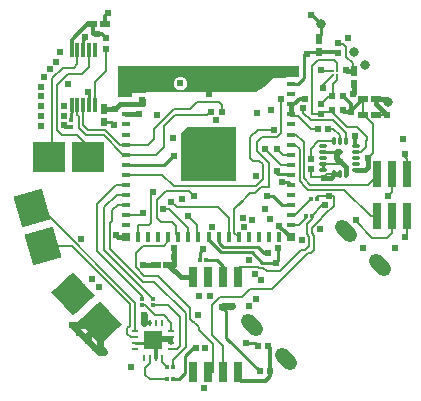
<source format=gtl>
G04 Layer: TopLayer*
G04 Panelize: , Column: 1, Row: 1, Board Size: 35.35mm x 33.79mm, Panelized Board Size: 35.35mm x 33.79mm*
G04 EasyEDA v6.5.34, 2023-08-25 09:09:34*
G04 d93e2c1bc76747fc85efea62cec83403,9a4ed40c0dd746429eaf55b84663d2fb,10*
G04 Gerber Generator version 0.2*
G04 Scale: 100 percent, Rotated: No, Reflected: No *
G04 Dimensions in millimeters *
G04 leading zeros omitted , absolute positions ,4 integer and 5 decimal *
%FSLAX45Y45*%
%MOMM*%

%AMMACRO1*21,1,$1,$2,0,0,$3*%
%AMMACRO2*4,1,4,-0.2,0.4,0.2,0.4,0.2,-0.4,-0.2,-0.4,-0.2,0.4,0*%
%AMMACRO3*4,1,4,-0.1999,0.4,0.1999,0.4,0.1999,-0.4,-0.1999,-0.4,-0.1999,0.4,0*%
%AMMACRO4*1,1,$1,$2,$3*1,1,$1,$4,$5*20,1,$1,$2,$3,$4,$5,0*%
%ADD10C,0.2000*%
%ADD11C,0.2134*%
%ADD12C,0.2490*%
%ADD13C,0.4140*%
%ADD14C,0.1600*%
%ADD15C,0.1524*%
%ADD16C,0.2960*%
%ADD17C,0.3980*%
%ADD18C,0.2032*%
%ADD19C,0.6020*%
%ADD20C,0.2110*%
%ADD21C,0.3130*%
%ADD22C,0.3640*%
%ADD23C,0.2540*%
%ADD24C,0.1600*%
%ADD25C,0.2108*%
%ADD26C,0.2616*%
%ADD27C,0.6172*%
%ADD28C,0.3810*%
%ADD29C,0.3150*%
%ADD30C,0.4572*%
%ADD31C,0.2642*%
%ADD32C,0.2286*%
%ADD33C,0.4064*%
%ADD34C,0.4648*%
%ADD35C,0.3632*%
%ADD36C,0.3124*%
%ADD37C,0.5680*%
%ADD38C,0.2620*%
%ADD39C,0.1778*%
%ADD40C,0.3000*%
%ADD41C,0.5156*%
%ADD42C,0.2794*%
%ADD43R,1.1999X1.1999*%
%ADD44MACRO1,2.7X2.5X-47.0002*%
%ADD45MACRO1,2.7X2.5X-46.9998*%
%ADD46R,0.7400X2.2000*%
%ADD47R,2.7000X2.5000*%
%ADD48MACRO1,0.54X0.7901X-90.0000*%
%ADD49MACRO1,2.7X2.5X-73.9989*%
%ADD50MACRO1,2.7X2.5X-74.0001*%
%ADD51MACRO1,0.54X0.5656X90.0000*%
%ADD52R,0.8001X0.8001*%
%ADD53MACRO2*%
%ADD54MACRO3*%
%ADD55R,0.8001X0.4001*%
%ADD56O,0.7999984X0.2800096*%
%ADD57O,0.2800096X0.7999984*%
%ADD58R,0.7112X1.7406*%
%ADD59MACRO1,0.54X0.5656X0.0000*%
%ADD60R,0.5400X0.5657*%
%ADD61MACRO1,0.324X0.3031X0.0000*%
%ADD62R,0.3240X0.3031*%
%ADD63MACRO1,0.324X0.3031X-90.0000*%
%ADD64MACRO1,0.324X0.3031X90.0000*%
%ADD65MACRO1,0.324X0.3685X0.0000*%
%ADD66R,0.3240X0.3684*%
%ADD67R,0.6000X0.2500*%
%ADD68R,0.2500X0.6000*%
%ADD69R,1.5000X1.5000*%
%ADD70MACRO1,0.54X0.7901X0.0000*%
%ADD71R,0.5400X0.7901*%
%ADD72MACRO1,0.54X0.7901X90.0000*%
%ADD73R,0.3000X1.3000*%
%ADD74C,0.8000*%
%ADD75MACRO4,1.2X-0.3535X0.3535X0.3535X-0.3535*%
%ADD76C,0.6096*%
%ADD77C,0.0149*%

%LPD*%
G36*
X-1482699Y606958D02*
G01*
X-1486560Y607669D01*
X-1489862Y609854D01*
X-1492097Y613156D01*
X-1492910Y617016D01*
X-1494536Y775817D01*
X-1493570Y781304D01*
X-1493570Y862482D01*
X-1492808Y866394D01*
X-1490573Y869645D01*
X-1487322Y871880D01*
X-1483410Y872642D01*
X25095Y872642D01*
X29006Y871880D01*
X32258Y869645D01*
X34493Y866394D01*
X35255Y862482D01*
X35255Y784047D01*
X34493Y780186D01*
X32308Y776884D01*
X29057Y774700D01*
X25247Y773887D01*
X-184150Y771245D01*
X-186080Y770432D01*
X-230124Y711454D01*
X-232714Y709015D01*
X-323900Y649427D01*
X-326542Y648208D01*
X-329438Y647750D01*
X-963168Y646988D01*
X-966825Y647801D01*
X-970534Y646988D01*
X-1143508Y646734D01*
X-1379220Y644753D01*
X-1380236Y643737D01*
X-1379575Y618032D01*
X-1380236Y614070D01*
X-1382420Y610666D01*
X-1385722Y608380D01*
X-1389634Y607568D01*
G37*

%LPC*%
G36*
X-966876Y666394D02*
G01*
X-964082Y667258D01*
X-957122Y667867D01*
X-947623Y670407D01*
X-938733Y674573D01*
X-930656Y680212D01*
X-923747Y687120D01*
X-918108Y695198D01*
X-913942Y704088D01*
X-911402Y713587D01*
X-910539Y723341D01*
X-911402Y733145D01*
X-913942Y742645D01*
X-918108Y751535D01*
X-923747Y759612D01*
X-930656Y766521D01*
X-938733Y772160D01*
X-947623Y776325D01*
X-957122Y778865D01*
X-966876Y779729D01*
X-976680Y778865D01*
X-986180Y776325D01*
X-995070Y772160D01*
X-1003147Y766521D01*
X-1010056Y759612D01*
X-1015695Y751535D01*
X-1019860Y742645D01*
X-1022400Y733145D01*
X-1023264Y723341D01*
X-1022400Y713587D01*
X-1019860Y704088D01*
X-1015695Y695198D01*
X-1010056Y687120D01*
X-1003147Y680212D01*
X-995070Y674573D01*
X-986180Y670407D01*
X-976680Y667867D01*
X-969619Y667258D01*
G37*

%LPD*%
G36*
X-955852Y-100533D02*
G01*
X-959764Y-99720D01*
X-963015Y-97536D01*
X-965250Y-94234D01*
X-966012Y-90373D01*
X-966012Y85953D01*
X-965657Y88595D01*
X-963320Y97383D01*
X-962456Y107187D01*
X-963320Y116992D01*
X-965657Y125780D01*
X-966012Y128422D01*
X-966012Y294081D01*
X-965250Y297942D01*
X-963015Y301244D01*
X-910590Y353720D01*
X-907287Y355904D01*
X-903376Y356666D01*
X-507542Y356666D01*
X-503631Y355904D01*
X-500380Y353720D01*
X-498144Y350418D01*
X-497382Y346506D01*
X-497382Y-90373D01*
X-498144Y-94234D01*
X-500380Y-97536D01*
X-503631Y-99720D01*
X-507542Y-100533D01*
G37*

%LPD*%
G36*
X-734822Y338226D02*
G01*
X-794816Y278231D01*
X-794816Y218236D01*
X-674827Y218236D01*
X-674827Y338226D01*
G37*
D10*
X380489Y54749D02*
G01*
X380489Y43827D01*
X256283Y43827D01*
D11*
X-23441Y-42910D02*
G01*
X-146819Y-42910D01*
X-146819Y-20078D01*
X-146814Y-20078D01*
D12*
X242313Y142125D02*
G01*
X354327Y143903D01*
D13*
X380489Y54851D02*
G01*
X393951Y54851D01*
X432333Y16469D01*
X432333Y-47840D01*
D14*
X-1049022Y-1526400D02*
G01*
X-993904Y-1526400D01*
X-971806Y-1504302D01*
X-971806Y-1253604D01*
X-1075946Y-1149718D01*
X-1201422Y-1149718D01*
X-845893Y-1304587D02*
G01*
X-882215Y-1268265D01*
X-882215Y-1176977D01*
X-1152933Y-906259D01*
X-1272821Y-906259D01*
X-1347289Y-831791D01*
X-1347289Y-714951D01*
X-1281673Y-649335D01*
X-1269301Y-649335D01*
D15*
X-1281673Y-649335D02*
G01*
X-1103884Y-649335D01*
X-1069317Y-614768D01*
X-1069317Y-579767D01*
X-1063452Y-573902D01*
X-1063452Y-572122D01*
D14*
X318869Y497141D02*
G01*
X318869Y483755D01*
X446204Y356420D01*
X525452Y356420D01*
X612645Y269227D01*
X612645Y240169D01*
X-1429311Y205219D02*
G01*
X-1240696Y205219D01*
X-1192535Y253380D01*
X-1192535Y335912D01*
X-1025141Y503311D01*
X-885441Y503311D01*
X-822711Y566049D01*
X-643633Y566049D01*
X-617153Y537921D01*
X-615950Y483499D01*
X-709935Y482234D02*
G01*
X-739391Y452767D01*
X-1013706Y452767D01*
X-1106177Y360301D01*
X-1106177Y184287D01*
X-1170233Y120230D01*
X-1429311Y120230D01*
D16*
X-1527896Y371965D02*
G01*
X-1556349Y400418D01*
X-1614147Y400418D01*
X242338Y-7861D02*
G01*
X242328Y42141D01*
D17*
X332320Y-47851D02*
G01*
X350705Y-47840D01*
X522335Y-7868D02*
G01*
X591441Y-7868D01*
X616709Y17398D01*
X616709Y90665D01*
D18*
X71371Y513473D02*
G01*
X71371Y474865D01*
X135887Y410349D01*
X325117Y410349D01*
X432305Y303161D01*
X432305Y232041D01*
D19*
X-1274318Y-1301612D02*
G01*
X-1274142Y-1301440D01*
X-1274142Y-1236662D01*
D14*
X-1049022Y-1376540D02*
G01*
X-1049022Y-1301356D01*
X-1110236Y-1240396D01*
X-1181102Y-1240396D01*
X-1269748Y-1152004D01*
X-1295402Y-1152004D01*
D20*
X-1349072Y-1376667D02*
G01*
X-1349072Y-1137572D01*
X-2151860Y-334784D01*
X-2225855Y-334784D01*
D21*
X-1224282Y-1301661D02*
G01*
X-1274269Y-1301661D01*
D22*
X-1581340Y1320497D02*
G01*
X-1607106Y1294731D01*
X-1607106Y1227015D01*
X-1889254Y1010043D02*
G01*
X-1889254Y1092085D01*
X-1749554Y1231785D01*
X-1705104Y1231785D01*
X-1705104Y1143393D01*
X-1674624Y1143393D01*
X-1594558Y1104689D02*
G01*
X-1633339Y1143469D01*
X-1674548Y1143469D01*
D23*
X-753112Y-769480D02*
G01*
X-654814Y-769480D01*
X-604776Y-819518D01*
X-604776Y-918578D01*
D11*
X102864Y973975D02*
G01*
X80774Y973975D01*
X80774Y766203D01*
X29796Y715225D01*
X-29314Y715225D01*
D24*
X243837Y686549D02*
G01*
X243837Y713595D01*
X322607Y792368D01*
X362582Y832345D02*
G01*
X362582Y891679D01*
X332940Y921321D01*
X226514Y921321D01*
D25*
X242338Y142151D02*
G01*
X277385Y142151D01*
X279138Y143903D01*
D26*
X242338Y42151D02*
G01*
X254601Y42151D01*
X256280Y43830D01*
D27*
X-613717Y-1170114D02*
G01*
X-608891Y-1165288D01*
X-527865Y-1165288D01*
D11*
X-224792Y-715378D02*
G01*
X-257561Y-715378D01*
X-307591Y-665342D01*
X-603511Y-665342D01*
X-644324Y-624530D01*
X-644324Y-579767D01*
D28*
X496008Y635571D02*
G01*
X506168Y645731D01*
X506168Y721779D01*
X506168Y830795D02*
G01*
X445310Y830795D01*
X437080Y839025D01*
D23*
X-801453Y-769559D02*
G01*
X-801453Y-704562D01*
X-777293Y-680402D01*
D18*
X-29319Y-389773D02*
G01*
X1117Y-389773D01*
X137132Y-253758D01*
X-29314Y-474764D02*
G01*
X37152Y-474764D01*
X94988Y-416928D01*
X94988Y-396354D01*
D15*
X580440Y453199D02*
G01*
X587956Y453199D01*
X659333Y381825D01*
X659333Y133289D01*
X616709Y90665D01*
X779472Y454215D02*
G01*
X690298Y454215D01*
X689358Y453275D01*
D18*
X143258Y-396354D02*
G01*
X143258Y-428866D01*
X105407Y-466458D01*
X105407Y-554850D01*
X123192Y-574154D01*
X123192Y-652642D01*
X89146Y-686673D01*
X54866Y-686673D01*
X-127261Y-868796D01*
X-238003Y-868796D01*
X-268734Y-838062D01*
X-297941Y-838062D01*
X-305310Y-830696D01*
X-464827Y-830696D01*
X-477827Y-843694D01*
X-477827Y-918679D01*
D15*
X198625Y-446646D02*
G01*
X259077Y-385940D01*
X259077Y-385940D01*
X332483Y-312534D01*
X332483Y-233286D01*
X291843Y-233286D01*
D18*
X143233Y-396427D02*
G01*
X232892Y-306768D01*
X252676Y-306768D01*
D11*
X-140007Y-671766D02*
G01*
X-140007Y-777430D01*
X-160835Y-798258D01*
D29*
X405178Y618553D02*
G01*
X478233Y545498D01*
X478233Y484187D01*
X579622Y589013D02*
G01*
X478228Y487619D01*
X478228Y484187D01*
D30*
X-1282750Y-817054D02*
G01*
X-1280718Y-815022D01*
X-1177241Y-815022D01*
D18*
X224025Y548119D02*
G01*
X294462Y618556D01*
X318615Y618556D01*
D30*
X-858827Y-918679D02*
G01*
X-964567Y-918679D01*
X-1068227Y-815019D01*
D11*
X-29314Y-134759D02*
G01*
X-53141Y-110931D01*
X-111300Y-110931D01*
D31*
X-1018796Y107175D02*
G01*
X-1024892Y113271D01*
X-1024892Y118757D01*
X-1108410Y35242D01*
X-1429308Y35242D01*
D18*
X579625Y588911D02*
G01*
X580387Y453275D01*
X286001Y341007D02*
G01*
X324609Y341007D01*
X382267Y283095D01*
X382267Y232041D01*
D11*
X-160835Y-798258D02*
G01*
X-272592Y-798258D01*
X-363527Y-707323D01*
X-625142Y-707323D01*
X-729312Y-603153D01*
X-729312Y-579767D01*
D31*
X207266Y1101737D02*
G01*
X192272Y1101737D01*
X223161Y1132626D01*
X223161Y1223962D01*
X145486Y1301638D01*
X139700Y1301638D01*
D18*
X365503Y1062875D02*
G01*
X369821Y1058557D01*
X411223Y1058557D01*
X436369Y1033411D01*
X436369Y949337D01*
X491233Y894473D01*
X491233Y830719D01*
X506219Y830719D01*
D32*
X-309222Y-1497596D02*
G01*
X-331901Y-1474917D01*
X-408485Y-1474917D01*
D18*
X-901750Y-395665D02*
G01*
X-824745Y-472678D01*
X-824745Y-569323D01*
X-814301Y-579767D01*
D33*
X-1022659Y-673801D02*
G01*
X-1022659Y-815022D01*
X-1068224Y-815022D01*
D24*
X-1429311Y-389775D02*
G01*
X-1293629Y-389775D01*
X-1280977Y-377123D01*
D28*
X688639Y589013D02*
G01*
X688639Y545048D01*
X779472Y454215D01*
X790625Y562470D02*
G01*
X764184Y588911D01*
X688743Y588911D01*
D15*
X-148160Y168719D02*
G01*
X-94592Y115150D01*
X-29283Y115150D01*
X-29319Y115181D01*
X-29319Y120228D01*
D18*
X135887Y84442D02*
G01*
X135887Y171292D01*
X196738Y232140D01*
X332331Y232140D01*
X-29314Y460235D02*
G01*
X-19055Y449976D01*
X29715Y449976D01*
X138755Y340934D01*
X199491Y340934D01*
D29*
X405432Y497141D02*
G01*
X418386Y484187D01*
X478233Y484187D01*
D15*
X-249506Y166687D02*
G01*
X-112981Y30162D01*
X-29283Y30162D01*
X-29319Y30192D01*
X-29319Y35242D01*
D34*
X-1429311Y460235D02*
G01*
X-1320190Y460235D01*
X-1318768Y461657D01*
X-1429311Y545223D02*
G01*
X-1481556Y545223D01*
X-1521508Y505272D01*
X-29314Y460235D02*
G01*
X-29314Y536859D01*
X-39453Y546999D01*
D35*
X-477827Y-1717738D02*
G01*
X-471797Y-1723768D01*
X-471797Y-1753740D01*
X-222661Y-1497594D02*
G01*
X-206910Y-1513344D01*
X-206910Y-1713496D01*
D36*
X-134927Y-483809D02*
G01*
X-113035Y-505698D01*
X-103383Y-505698D01*
X-29314Y-579767D01*
D13*
X-1511350Y-563054D02*
G01*
X-1494637Y-579767D01*
X-1429311Y-579767D01*
D24*
X-856284Y-229301D02*
G01*
X-894643Y-190947D01*
X-1092250Y-190947D01*
X-1165659Y-264350D01*
X-1165659Y-414969D01*
X-1132893Y-447735D01*
X-1042728Y-447735D01*
X-1008684Y-481774D01*
X-1008684Y-555386D01*
X-984303Y-579767D01*
D18*
X-1324307Y-579767D02*
G01*
X-1324307Y-474078D01*
X-1231391Y-474078D01*
X-1216411Y-459092D01*
X-1216411Y-193154D01*
X-1197607Y-193154D01*
D31*
X102816Y973899D02*
G01*
X121538Y992621D01*
X207266Y992621D01*
D29*
X365452Y976337D02*
G01*
X349168Y992621D01*
X207266Y992621D01*
D15*
X-1045977Y-277228D02*
G01*
X-996703Y-326504D01*
X-652277Y-326504D01*
X-559310Y-419470D01*
X-559310Y-579767D01*
D34*
X-1429311Y545223D02*
G01*
X-1284226Y545223D01*
X-1284226Y579183D01*
X-1293677Y579183D01*
D18*
X221180Y467677D02*
G01*
X231670Y478167D01*
X318764Y478167D01*
X318764Y497217D01*
D24*
X318615Y618553D02*
G01*
X326849Y626788D01*
X326849Y715832D01*
X362582Y751575D01*
X362582Y792368D01*
D23*
X-238300Y-228282D02*
G01*
X-182054Y-228282D01*
X-105577Y-304761D01*
X-29314Y-304761D01*
D35*
X-29314Y545223D02*
G01*
X-4574Y545223D01*
X42415Y592211D01*
X88130Y592211D01*
D34*
X-1521508Y505272D02*
G01*
X-1525645Y509409D01*
X-1614147Y509409D01*
D37*
X-1883595Y-1323639D02*
G01*
X-1666554Y-1323639D01*
X-1649427Y-1306512D01*
X-1649427Y-1306512D02*
G01*
X-1649427Y-1512600D01*
X-1615119Y-1546905D01*
X-1749239Y-1458005D02*
G01*
X-1749239Y-1406324D01*
X-1649427Y-1306512D01*
D20*
X-1349072Y-1426654D02*
G01*
X-1386380Y-1426654D01*
X-1416748Y-1396286D01*
X-1416748Y-1348026D01*
X-1397698Y-1328976D01*
X-1397698Y-1144826D01*
X-1550098Y-992426D01*
D24*
X-1201341Y-1101359D02*
G01*
X-1612391Y-690308D01*
X-1612391Y-323961D01*
X-1508203Y-219773D01*
X-1429311Y-219773D01*
D20*
X-1550164Y-992492D02*
G01*
X-1889000Y-654672D01*
X-2134110Y-654672D01*
D14*
X-1224282Y-1601660D02*
G01*
X-1224282Y-1648320D01*
X-1265110Y-1689148D01*
X-1265110Y-1743758D01*
X-1226512Y-1782356D01*
X-1079959Y-1782356D01*
X-1080213Y-1681264D02*
G01*
X-1124282Y-1637195D01*
X-1124282Y-1601660D01*
D38*
X-1199060Y-1451648D02*
G01*
X-1224079Y-1476667D01*
X-1349072Y-1476667D01*
X-1199060Y-1451648D02*
G01*
X-1173914Y-1426502D01*
X-1049073Y-1426502D01*
X-1049073Y-1426502D02*
G01*
X-1049073Y-1476514D01*
X-1049073Y-1476514D02*
G01*
X-1073939Y-1451648D01*
X-1199060Y-1451648D01*
D21*
X-1174269Y-1601660D02*
G01*
X-1174269Y-1476438D01*
X-1199060Y-1451648D01*
D20*
X-2178969Y99783D02*
G01*
X-2054039Y224711D01*
X-2054039Y764994D01*
X-1962845Y856183D01*
X-1872160Y856183D01*
X-1839368Y888974D01*
X-1839368Y1010145D01*
X-1689361Y540171D02*
G01*
X-1689361Y736742D01*
X-1594563Y831540D01*
X-1594563Y1018120D01*
D38*
X-1890270Y412889D02*
G01*
X-1889254Y540143D01*
X-1739364Y540174D02*
G01*
X-1739364Y632955D01*
X-1753552Y647143D01*
D22*
X-1890194Y358106D02*
G01*
X-1944575Y358106D01*
X-1953196Y366727D01*
D38*
X-1789435Y1010041D02*
G01*
X-1789435Y1093861D01*
X-1772592Y1110706D01*
X-1772592Y1117053D01*
D14*
X-29314Y290233D02*
G01*
X12280Y290233D01*
X67310Y235204D01*
X67307Y235089D02*
G01*
X78740Y223773D01*
X76197Y-78600D01*
X130807Y-133210D01*
X-29314Y205219D02*
G01*
X4584Y205219D01*
X41910Y167894D01*
X41910Y-106426D01*
X86360Y-150876D01*
X86357Y-150990D02*
G01*
X112773Y-177406D01*
X419976Y-177406D01*
X644067Y-401497D01*
X696468Y-401497D01*
X934212Y-578865D02*
G01*
X950468Y-562610D01*
X950468Y-401497D01*
X931669Y124193D02*
G01*
X931669Y102107D01*
X950465Y83312D01*
X950465Y-41478D01*
X823468Y-41478D02*
G01*
X823468Y-197241D01*
X790140Y-230568D01*
X515365Y-431292D02*
G01*
X515365Y-445007D01*
X654050Y-583692D01*
X784860Y-583692D01*
X823468Y-545084D01*
X823468Y-401497D01*
D18*
X135887Y-2146D02*
G01*
X135887Y-69710D01*
X332229Y-69710D01*
X332229Y-48882D01*
D17*
X248155Y-76568D02*
G01*
X303781Y-76568D01*
X332229Y-47866D01*
D18*
X248193Y-76466D02*
G01*
X265396Y-59275D01*
X248206Y-76466D01*
X276832Y-47840D01*
X382338Y-48882D01*
X291843Y-233286D02*
G01*
X185417Y-233286D01*
X185417Y-253860D01*
D14*
X522348Y142151D02*
G01*
X564553Y142151D01*
X605281Y182880D01*
X605281Y232806D01*
X612645Y240169D01*
D37*
X-1615122Y-1546908D02*
G01*
X-1660334Y-1546908D01*
X-1883600Y-1323642D01*
D24*
X-1295326Y-1103640D02*
G01*
X-1295326Y-1076893D01*
X-1672841Y-699381D01*
X-1672841Y-294246D01*
X-1513354Y-134759D01*
X-1429311Y-134759D01*
D14*
X-474317Y-579772D02*
G01*
X-510793Y-543295D01*
X-510793Y-341995D01*
X-434073Y-265275D01*
D24*
X-474220Y-305422D02*
G01*
X-375414Y-206616D01*
X-332234Y-206616D01*
X-282704Y-157086D01*
X-219204Y-157086D01*
X-219204Y45859D01*
X-322582Y149237D01*
X-322582Y223659D01*
X-275592Y270649D01*
X-148338Y270649D01*
X-115318Y303669D01*
X-115318Y594499D01*
X-1032004Y-1681340D02*
G01*
X-1032004Y-1619364D01*
X-922276Y-1509636D01*
X-922276Y-1224648D01*
X-1187198Y-959980D01*
X-1280924Y-959980D01*
X-1565912Y-674992D01*
X-1565912Y-459346D01*
X-1546100Y-439534D01*
X-1546100Y-352666D01*
X-1498094Y-304660D01*
X-1429260Y-304660D01*
D32*
X-1031753Y-1782432D02*
G01*
X-980183Y-1782432D01*
X-928626Y-1730870D01*
X-928626Y-1582427D01*
X-864115Y-1517916D01*
X-837440Y-1517916D01*
D14*
X-731776Y-1717662D02*
G01*
X-692406Y-1717662D01*
X-692406Y-1482712D01*
X-808230Y-1366888D01*
X-808230Y-1342504D01*
X-882144Y-1268590D01*
X-882144Y-1257160D01*
D39*
X221231Y467753D02*
G01*
X147317Y467753D01*
X147317Y874153D01*
X194561Y921397D01*
X226565Y921397D01*
D10*
X322602Y832345D02*
G01*
X232676Y832345D01*
X224790Y840231D01*
D40*
X522338Y192128D02*
G01*
X510974Y203492D01*
X510974Y280474D01*
D41*
X380489Y54851D02*
G01*
X354383Y80957D01*
X354383Y143903D01*
X383280Y143903D01*
D24*
X-899314Y-579767D02*
G01*
X-899314Y-504283D01*
X-1060251Y-343347D01*
X-1110792Y-343347D01*
D14*
X-1429260Y205117D02*
G01*
X-1478536Y205117D01*
X-1603250Y329831D01*
X-1748030Y329831D01*
X-1789432Y371233D01*
X-1789432Y540143D01*
X-1429260Y120281D02*
G01*
X-1453136Y120281D01*
X-1617474Y284365D01*
X-1768096Y284365D01*
X-1828548Y344817D01*
X-1828548Y448195D01*
X-1839470Y459117D01*
X-1839470Y540143D01*
D20*
X-1739394Y1010043D02*
G01*
X-1739394Y866025D01*
X-1800608Y804811D01*
X-1920242Y804811D01*
X-2011936Y712355D01*
X-2011936Y328815D01*
X-1971042Y287921D01*
X-1844550Y287921D01*
X-1746252Y189877D01*
X-1746252Y99707D01*
D18*
X-1429260Y-49644D02*
G01*
X-1294386Y-49644D01*
X-1120142Y-49644D01*
X-1021590Y-148450D01*
X-329948Y-148450D01*
X-269496Y-87998D01*
X-269496Y37223D01*
X-302008Y69989D01*
X-353316Y69989D01*
X-375160Y91833D01*
X-375160Y267855D01*
X-311660Y331355D01*
X-173992Y331355D01*
D24*
X-604776Y-1717662D02*
G01*
X-604776Y-1499476D01*
X-695962Y-1408544D01*
X-695962Y-1155814D01*
X-629668Y-1089520D01*
X-449074Y-1089520D01*
X-379478Y-1019924D01*
X-194312Y-1019924D01*
X115313Y-710298D01*
X137919Y-710298D01*
X164589Y-683628D01*
X164589Y-567042D01*
X144269Y-546722D01*
X144269Y-501002D01*
X198625Y-446646D01*
D35*
X-206910Y-1713496D02*
G01*
X-206910Y-1755800D01*
X-246573Y-1795462D01*
X-456493Y-1795462D01*
X-471797Y-1780156D01*
X-471797Y-1753740D01*
D42*
X-613669Y-1170035D02*
G01*
X-578360Y-1205346D01*
X-578360Y-1428610D01*
X-293474Y-1713496D01*
D14*
X696465Y-41516D02*
G01*
X696465Y-57772D01*
X621027Y-133210D01*
X130807Y-133210D01*
D43*
G01*
X-734824Y124091D03*
G01*
X-734824Y289090D03*
G01*
X-569826Y289090D03*
G01*
X-569826Y124091D03*
G01*
X-569826Y-40906D03*
G01*
X-734824Y-40906D03*
G01*
X-899822Y-40906D03*
G01*
X-899822Y124091D03*
D44*
G01*
X-1876391Y-1063260D03*
D45*
G01*
X-1649492Y-1306581D03*
D46*
G01*
X950465Y-41592D03*
G01*
X950465Y-401612D03*
G01*
X823465Y-41592D03*
G01*
X823465Y-401612D03*
G01*
X696465Y-41592D03*
G01*
X696465Y-401612D03*
D47*
G01*
X-1746303Y99783D03*
G01*
X-2078992Y99783D03*
D48*
G01*
X-1716110Y1227025D03*
G01*
X-1607098Y1227025D03*
D49*
G01*
X-2225847Y-334788D03*
D50*
G01*
X-2134143Y-654597D03*
D51*
G01*
X405433Y497141D03*
G01*
X318867Y497141D03*
G01*
X405179Y618553D03*
G01*
X318613Y618553D03*
D10*
G01*
X322602Y832345D03*
G01*
X362582Y832345D03*
G01*
X322602Y792365D03*
G01*
X362582Y792365D03*
D52*
G01*
X-1429311Y820229D03*
D53*
G01*
X-1324315Y820224D03*
G01*
X-1239301Y820224D03*
G01*
X-1154313Y820224D03*
G01*
X-1069299Y820224D03*
G01*
X-984310Y820224D03*
D54*
G01*
X-899309Y820224D03*
D53*
G01*
X-814308Y820224D03*
G01*
X-644306Y820224D03*
D54*
G01*
X-729307Y820224D03*
G01*
X-559305Y820224D03*
D53*
G01*
X-474304Y820224D03*
G01*
X-389315Y820224D03*
G01*
X-304302Y820224D03*
G01*
X-219313Y820224D03*
G01*
X-134299Y820224D03*
D52*
G01*
X-29314Y820229D03*
D55*
G01*
X-29314Y715225D03*
G01*
X-29314Y630237D03*
G01*
X-29314Y545223D03*
G01*
X-29314Y460235D03*
G01*
X-29314Y375221D03*
G01*
X-29314Y290233D03*
G01*
X-29314Y205219D03*
G01*
X-29314Y120230D03*
G01*
X-29314Y35242D03*
G01*
X-29314Y-49771D03*
G01*
X-29314Y-134759D03*
G01*
X-29314Y-219773D03*
G01*
X-29314Y-304761D03*
G01*
X-29314Y-389775D03*
G01*
X-29314Y-474764D03*
D52*
G01*
X-29314Y-579767D03*
D53*
G01*
X-134299Y-579772D03*
G01*
X-219313Y-579772D03*
G01*
X-304302Y-579772D03*
G01*
X-389315Y-579772D03*
G01*
X-474304Y-579772D03*
D54*
G01*
X-559305Y-579772D03*
D53*
G01*
X-644306Y-579772D03*
D54*
G01*
X-729307Y-579772D03*
D53*
G01*
X-814308Y-579772D03*
D54*
G01*
X-899309Y-579772D03*
D53*
G01*
X-984310Y-579772D03*
G01*
X-1069299Y-579772D03*
G01*
X-1154313Y-579772D03*
G01*
X-1239301Y-579772D03*
G01*
X-1324315Y-579772D03*
D52*
G01*
X-1429311Y-579767D03*
D55*
G01*
X-1429311Y-474764D03*
G01*
X-1429311Y-389775D03*
G01*
X-1429311Y-304761D03*
G01*
X-1429311Y-219773D03*
G01*
X-1429311Y-134759D03*
G01*
X-1429311Y-49771D03*
G01*
X-1429311Y35242D03*
G01*
X-1429311Y120230D03*
G01*
X-1429311Y205219D03*
G01*
X-1429311Y290233D03*
G01*
X-1429311Y375221D03*
G01*
X-1429311Y460235D03*
G01*
X-1429311Y545223D03*
G01*
X-1429311Y715225D03*
G01*
X-1429311Y630237D03*
D56*
G01*
X522348Y-7861D03*
G01*
X522348Y42151D03*
G01*
X522348Y92138D03*
G01*
X522348Y142151D03*
G01*
X522348Y192138D03*
D57*
G01*
X432330Y232143D03*
G01*
X382343Y232143D03*
G01*
X332331Y232143D03*
D56*
G01*
X242338Y192138D03*
G01*
X242338Y142151D03*
G01*
X242338Y92138D03*
G01*
X242338Y42151D03*
G01*
X242338Y-7861D03*
D57*
G01*
X332331Y-47840D03*
G01*
X382343Y-47840D03*
G01*
X432330Y-47840D03*
D58*
G01*
X-858827Y-1717738D03*
G01*
X-731827Y-1717738D03*
G01*
X-604827Y-1717738D03*
G01*
X-477827Y-1717738D03*
G01*
X-477827Y-918679D03*
G01*
X-604827Y-918679D03*
G01*
X-731827Y-918679D03*
G01*
X-858827Y-918679D03*
D51*
G01*
X-206907Y-1713483D03*
G01*
X-293472Y-1713483D03*
G01*
X-222655Y-1497583D03*
G01*
X-309220Y-1497583D03*
D59*
G01*
X365503Y976412D03*
D60*
G01*
X365503Y1062977D03*
D61*
G01*
X-1295336Y-1103652D03*
D62*
G01*
X-1295326Y-1151953D03*
D61*
G01*
X-1201356Y-1101366D03*
D62*
G01*
X-1201346Y-1149667D03*
D63*
G01*
X-801448Y-769556D03*
G01*
X-753137Y-769556D03*
D64*
G01*
X-1031913Y-1681274D03*
G01*
X-1080223Y-1681274D03*
G01*
X-1031659Y-1782366D03*
G01*
X-1079969Y-1782366D03*
G01*
X143278Y-396354D03*
G01*
X94968Y-396354D03*
G01*
X185445Y-253745D03*
G01*
X137134Y-253745D03*
D48*
G01*
X580440Y453199D03*
G01*
X689452Y453199D03*
D51*
G01*
X286053Y340931D03*
G01*
X199487Y340931D03*
D59*
G01*
X135890Y84430D03*
D60*
G01*
X135887Y-2146D03*
D48*
G01*
X579729Y588911D03*
G01*
X688741Y588911D03*
D59*
G01*
X-1594548Y1104700D03*
D60*
G01*
X-1594538Y1018146D03*
D65*
G01*
X-1890204Y412945D03*
D66*
G01*
X-1890194Y358101D03*
D67*
G01*
X-1049073Y-1526501D03*
G01*
X-1049073Y-1476514D03*
G01*
X-1049073Y-1426502D03*
G01*
X-1049073Y-1376514D03*
D68*
G01*
X-1124282Y-1301661D03*
G01*
X-1174269Y-1301661D03*
G01*
X-1224282Y-1301661D03*
G01*
X-1274269Y-1301661D03*
D67*
G01*
X-1349072Y-1376667D03*
G01*
X-1349072Y-1426654D03*
G01*
X-1349072Y-1476667D03*
G01*
X-1349072Y-1526501D03*
D68*
G01*
X-1274269Y-1601660D03*
G01*
X-1224282Y-1601660D03*
G01*
X-1174269Y-1601660D03*
G01*
X-1124282Y-1601660D03*
D69*
G01*
X-1199060Y-1451648D03*
D70*
G01*
X-1614169Y509419D03*
D71*
G01*
X-1614172Y400418D03*
D70*
G01*
X207261Y1101633D03*
D71*
G01*
X207261Y992619D03*
D72*
G01*
X-1068227Y-815022D03*
G01*
X-1177239Y-815022D03*
D70*
G01*
X506168Y830793D03*
D71*
G01*
X506168Y721779D03*
D73*
G01*
X-1889356Y540169D03*
G01*
X-1839368Y540169D03*
G01*
X-1789381Y540169D03*
G01*
X-1739369Y540169D03*
G01*
X-1689356Y540169D03*
G01*
X-1689381Y1010170D03*
G01*
X-1739369Y1010170D03*
G01*
X-1789356Y1010170D03*
G01*
X-1839368Y1010170D03*
G01*
X-1889381Y1010170D03*
D74*
G01*
X790674Y562470D03*
G01*
X594611Y876236D03*
D75*
G01*
X435861Y-530593D03*
G01*
X718690Y-813447D03*
G01*
X-358904Y-1325359D03*
G01*
X-76075Y-1608213D03*
D74*
G01*
X506600Y986142D03*
G01*
X223161Y1223962D03*
D76*
G01*
X-281205Y-943622D03*
G01*
X-333352Y-888072D03*
G01*
X60398Y-603948D03*
G01*
X-527865Y-1165288D03*
G01*
X-613717Y-1170114D03*
G01*
X515363Y-431304D03*
G01*
X934209Y-578878D03*
G01*
X931669Y124193D03*
G01*
X-111305Y-110934D03*
G01*
X-146814Y-20078D03*
G01*
X-1318821Y461581D03*
G01*
X-837440Y-1517916D03*
G01*
X-1280975Y-377126D03*
G01*
X102816Y973899D03*
G01*
X-1018796Y107175D03*
G01*
X-1304343Y709739D03*
G01*
X-326392Y-1102880D03*
G01*
X-160835Y-798258D03*
G01*
X-224843Y-715454D03*
G01*
X-140007Y-671766D03*
G01*
X-521540Y165163D03*
G01*
X139646Y1301559D03*
G01*
X779472Y454215D03*
G01*
X478228Y484187D03*
G01*
X-1953186Y366737D03*
G01*
X-1953186Y448017D03*
G01*
X-1953186Y529297D03*
G01*
X-2147115Y450659D03*
G01*
X-2147115Y531939D03*
G01*
X-2147115Y613219D03*
G01*
X-2147115Y694499D03*
G01*
X-2125525Y779081D03*
G01*
X-2068883Y842835D03*
G01*
X-1919150Y721067D03*
G01*
X-2022782Y904963D03*
G01*
X-1985063Y992441D03*
G01*
X-384812Y-1161453D03*
G01*
X-1282753Y-817054D03*
G01*
X-1718363Y-928814D03*
G01*
X-1659054Y-1002830D03*
G01*
X-1022657Y-673798D03*
G01*
X291792Y-233362D03*
G01*
X252676Y-306768D03*
G01*
X-901753Y-395668D03*
G01*
X-709983Y482155D03*
G01*
X-616003Y483425D03*
G01*
X224025Y548119D03*
G01*
X221180Y467677D03*
G01*
X-1197663Y-193230D03*
G01*
X-1030302Y260159D03*
G01*
X-327967Y-59626D03*
G01*
X-174068Y331279D03*
G01*
X-249506Y166687D03*
G01*
X-148160Y168719D03*
G01*
X-777293Y-680402D03*
G01*
X-238305Y-228282D03*
G01*
X-1293675Y579183D03*
G01*
X215897Y-512432D03*
G01*
X-665279Y416115D03*
G01*
X-115369Y594423D03*
G01*
X-1511353Y-563054D03*
G01*
X-966904Y723353D03*
G01*
X-856287Y-229298D03*
G01*
X-1807517Y-597852D03*
G01*
X-1046025Y-277304D03*
G01*
X380489Y54851D03*
G01*
X616709Y90665D03*
G01*
X243837Y686549D03*
G01*
X71320Y513397D03*
G01*
X448256Y1104201D03*
G01*
X437080Y839025D03*
G01*
X496008Y635571D03*
G01*
X-408485Y-1474914D03*
G01*
X-1023673Y-748728D03*
G01*
X-701347Y-489648D03*
G01*
X-1110795Y-343344D03*
G01*
X-1521513Y505269D03*
G01*
X88084Y592137D03*
G01*
X-471782Y-1753755D03*
G01*
X-1389814Y-1676438D03*
G01*
X-952045Y-253428D03*
G01*
X-763831Y-1854390D03*
G01*
X-815596Y-1237246D03*
G01*
X-806960Y-1079004D03*
G01*
X-721794Y632929D03*
G01*
X-198173Y497395D03*
G01*
X790140Y-230568D03*
G01*
X-247474Y-338772D03*
G01*
X-209349Y-423862D03*
G01*
X-384863Y-768286D03*
G01*
X-362003Y-436562D03*
G01*
X-426519Y-488632D03*
G01*
X-435180Y-412940D03*
G01*
X850338Y-674560D03*
G01*
X578558Y-674560D03*
G01*
X913838Y252031D03*
G01*
X-2144600Y364299D03*
G01*
X-1821868Y-1392720D03*
G01*
X-1883590Y-1323632D03*
G01*
X-1749224Y-1457998D03*
G01*
X-1615112Y-1546898D03*
G01*
X-1687502Y-1517942D03*
G01*
X-1803834Y-1004862D03*
G01*
X-1914324Y-1062012D03*
G01*
X-1199060Y-1451648D03*
G01*
X-1772592Y1117053D03*
G01*
X-1753542Y647153D03*
G01*
X-1674548Y1143469D03*
G01*
X-1581330Y1320507D03*
G01*
X-761494Y-1520456D03*
G01*
X-1274142Y-1236662D03*
G01*
X248206Y-76466D03*
G01*
X224787Y840219D03*
G01*
X-134927Y-483806D03*
G01*
X-1527888Y371970D03*
G01*
X-317578Y474535D03*
G01*
X-1167716Y458533D03*
G01*
X510969Y280479D03*
G01*
X-718568Y-1078496D03*
M02*

</source>
